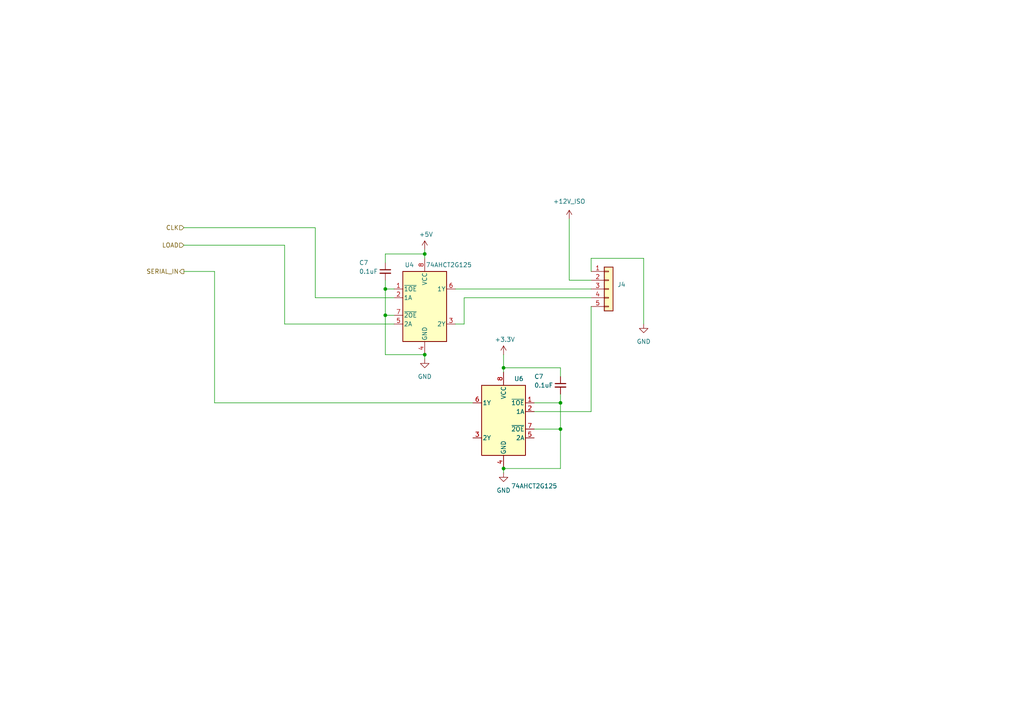
<source format=kicad_sch>
(kicad_sch (version 20230121) (generator eeschema)
  (paper "A4")
  (lib_symbols
    (symbol "0_connector:Molex Micro-Fit 5pos" (pin_names (offset 1.016) hide)
      (property "Reference" "J" (at 0 7.62 0))
      (property "Value" "Molex Micro-Fit 5pos" (at 0 -10.16 0))
      (symbol "Molex Micro-Fit 5pos_1_1"
        (rectangle (start -1.27 -4.953) (end 0 -5.207) (stroke (width 0.1524)))
        (rectangle (start -1.27 -2.413) (end 0 -2.667) (stroke (width 0.1524)))
        (rectangle (start -1.27 0.127) (end 0 -0.127) (stroke (width 0.1524)))
        (rectangle (start -1.27 2.667) (end 0 2.413) (stroke (width 0.1524)))
        (rectangle (start -1.27 5.207) (end 0 4.953) (stroke (width 0.1524)))
        (rectangle (start -1.27 6.35) (end 1.27 -6.35) (stroke (width 0.254)) (fill (type background)))
        (pin passive line (at -5.08 5.08 0) (length 3.81) (name "Pin_1") (number "1"))
        (pin passive line (at -5.08 2.54 0) (length 3.81) (name "Pin_2") (number "2"))
        (pin passive line (at -5.08 0 0) (length 3.81) (name "Pin_3") (number "3"))
        (pin passive line (at -5.08 -2.54 0) (length 3.81) (name "Pin_4") (number "4"))
        (pin passive line (at -5.08 -5.08 0) (length 3.81) (name "Pin_5") (number "5"))
      )
    )
    (symbol "Device:C_Small" (pin_numbers hide) (pin_names (offset 0.254) hide)
      (property "Reference" "C" (at 0.254 1.778 0))
      (property "Value" "C_Small" (at 0.254 -2.032 0))
      (symbol "C_Small_0_1"
        (polyline (pts (xy -1.524 -0.508) (xy 1.524 -0.508)) (stroke (width 0.3302)))
        (polyline (pts (xy -1.524 0.508) (xy 1.524 0.508)) (stroke (width 0.3048)))
      )
      (symbol "C_Small_1_1"
        (pin passive line (at 0 2.54 270) (length 2.032) (name "~") (number "1"))
        (pin passive line (at 0 -2.54 90) (length 2.032) (name "~") (number "2"))
      )
    )
    (symbol "KTX-MultiPCB:74AHCT2G125" (pin_names (offset 0.254))
      (property "Reference" "U" (at 2.54 12.7 0))
      (property "Value" "KTX-MultiPCB_74AHCT2G125" (at 1.27 -12.7 0))
      (symbol "74AHCT2G125_0_0"
        (pin power_in line (at 0 -13.97 90) (length 3.81) (name "GND") (number "4"))
        (pin power_in line (at 0 13.97 270) (length 3.81) (name "VCC") (number "8"))
      )
      (symbol "74AHCT2G125_0_1"
        (rectangle (start -6.35 10.16) (end 6.35 -10.16) (stroke (width 0.254)) (fill (type background)))
      )
      (symbol "74AHCT2G125_1_1"
        (pin input line (at -8.89 5.08 0) (length 2.54) (name "~{1OE}") (number "1"))
        (pin input line (at -8.89 2.54 0) (length 2.54) (name "1A") (number "2"))
        (pin output line (at 8.89 -5.08 180) (length 2.54) (name "2Y") (number "3"))
        (pin input line (at -8.89 -5.08 0) (length 2.54) (name "2A") (number "5"))
        (pin output line (at 8.89 5.08 180) (length 2.54) (name "1Y") (number "6"))
        (pin input line (at -8.89 -2.54 0) (length 2.54) (name "~{2OE}") (number "7"))
      )
    )
    (symbol "MeowWolf_Power:+12V_ISO" (power) (pin_names (offset 0))
      (property "Value" "+12V_ISO" (at 0 3.556 0))
      (symbol "+12V_ISO_0_1"
        (polyline (pts (xy -0.762 1.27) (xy 0 2.54)))
        (polyline (pts (xy 0 0) (xy 0 2.54)))
        (polyline (pts (xy 0 2.54) (xy 0.762 1.27)))
      )
      (symbol "+12V_ISO_1_1"
        (pin power_in line (at 0 0 90) (length 0) hide (name "+12V_ISO") (number "1"))
      )
    )
    (symbol "power:+3.3V" (power) (pin_names (offset 0))
      (property "Value" "+3.3V" (at 0 3.556 0))
      (symbol "+3.3V_0_1"
        (polyline (pts (xy -0.762 1.27) (xy 0 2.54)))
        (polyline (pts (xy 0 0) (xy 0 2.54)))
        (polyline (pts (xy 0 2.54) (xy 0.762 1.27)))
      )
      (symbol "+3.3V_1_1"
        (pin power_in line (at 0 0 90) (length 0) hide (name "+3.3V") (number "1"))
      )
    )
    (symbol "power:+5V" (power) (pin_names (offset 0))
      (property "Value" "+5V" (at 0 3.556 0))
      (symbol "+5V_0_1"
        (polyline (pts (xy -0.762 1.27) (xy 0 2.54)))
        (polyline (pts (xy 0 0) (xy 0 2.54)))
        (polyline (pts (xy 0 2.54) (xy 0.762 1.27)))
      )
      (symbol "+5V_1_1"
        (pin power_in line (at 0 0 90) (length 0) hide (name "+5V") (number "1"))
      )
    )
    (symbol "power:GND" (power) (pin_names (offset 0))
      (property "Value" "GND" (at 0 -3.81 0))
      (symbol "GND_0_1"
        (polyline (pts (xy 0 0) (xy 0 -1.27) (xy 1.27 -1.27) (xy 0 -2.54) (xy -1.27 -1.27) (xy 0 -1.27)))
      )
      (symbol "GND_1_1"
        (pin power_in line (at 0 0 270) (length 0) hide (name "GND") (number "1"))
      )
    )
  )
  (junction (at 111.76 83.82))
  (junction (at 162.56 116.84))
  (junction (at 146.05 135.89))
  (junction (at 162.56 124.46))
  (junction (at 111.76 91.44))
  (junction (at 146.05 106.68))
  (junction (at 123.19 102.87))
  (junction (at 123.19 73.66))
  (wire (pts (xy 186.69 74.93) (xy 186.69 93.98)))
  (wire (pts (xy 146.05 102.87) (xy 146.05 106.68)))
  (wire (pts (xy 171.45 74.93) (xy 186.69 74.93)))
  (wire (pts (xy 62.23 116.84) (xy 62.23 78.74)))
  (wire (pts (xy 146.05 106.68) (xy 162.56 106.68)))
  (wire (pts (xy 111.76 81.28) (xy 111.76 83.82)))
  (wire (pts (xy 123.19 102.87) (xy 123.19 104.14)))
  (wire (pts (xy 114.3 86.36) (xy 91.44 86.36)))
  (wire (pts (xy 154.94 124.46) (xy 162.56 124.46)))
  (wire (pts (xy 123.19 72.39) (xy 123.19 73.66)))
  (wire (pts (xy 123.19 73.66) (xy 123.19 74.93)))
  (wire (pts (xy 171.45 88.9) (xy 171.45 119.38)))
  (wire (pts (xy 111.76 73.66) (xy 111.76 76.2)))
  (wire (pts (xy 171.45 81.28) (xy 165.1 81.28)))
  (wire (pts (xy 154.94 116.84) (xy 162.56 116.84)))
  (wire (pts (xy 165.1 63.5) (xy 165.1 81.28)))
  (wire (pts (xy 111.76 102.87) (xy 123.19 102.87)))
  (wire (pts (xy 162.56 116.84) (xy 162.56 124.46)))
  (wire (pts (xy 111.76 83.82) (xy 114.3 83.82)))
  (wire (pts (xy 111.76 83.82) (xy 111.76 91.44)))
  (wire (pts (xy 171.45 119.38) (xy 154.94 119.38)))
  (wire (pts (xy 134.62 93.98) (xy 134.62 86.36)))
  (wire (pts (xy 171.45 74.93) (xy 171.45 78.74)))
  (wire (pts (xy 162.56 124.46) (xy 162.56 135.89)))
  (wire (pts (xy 111.76 91.44) (xy 111.76 102.87)))
  (wire (pts (xy 111.76 73.66) (xy 123.19 73.66)))
  (wire (pts (xy 134.62 86.36) (xy 171.45 86.36)))
  (wire (pts (xy 146.05 135.89) (xy 162.56 135.89)))
  (wire (pts (xy 132.08 93.98) (xy 134.62 93.98)))
  (wire (pts (xy 171.45 83.82) (xy 132.08 83.82)))
  (wire (pts (xy 82.55 93.98) (xy 114.3 93.98)))
  (wire (pts (xy 162.56 114.3) (xy 162.56 116.84)))
  (wire (pts (xy 53.34 66.04) (xy 91.44 66.04)))
  (wire (pts (xy 146.05 106.68) (xy 146.05 107.95)))
  (wire (pts (xy 91.44 86.36) (xy 91.44 66.04)))
  (wire (pts (xy 82.55 71.12) (xy 82.55 93.98)))
  (wire (pts (xy 162.56 109.22) (xy 162.56 106.68)))
  (wire (pts (xy 53.34 71.12) (xy 82.55 71.12)))
  (wire (pts (xy 146.05 135.89) (xy 146.05 137.16)))
  (wire (pts (xy 111.76 91.44) (xy 114.3 91.44)))
  (wire (pts (xy 137.16 116.84) (xy 62.23 116.84)))
  (wire (pts (xy 62.23 78.74) (xy 53.34 78.74)))
  (hierarchical_label "SERIAL_IN" (shape output) (at 53.34 78.74 180))
  (hierarchical_label "CLK" (shape input) (at 53.34 66.04 180))
  (hierarchical_label "LOAD" (shape input) (at 53.34 71.12 180))
  (symbol (lib_id "power:GND") (at 186.69 93.98 0) (unit 1)
    (property "Reference" "#PWR012" (effects hide))
    (property "Value" "GND" (at 186.69 99.06 0))
    (instances (project "GVH_CounterController" (path "" (reference "#PWR012") (unit 1)) (path "" (reference "#PWR029") (unit 1))) (project "GVH-SwissArmyPCB" (path "" (reference "#PWR019") (unit 1))))
  )
  (symbol (lib_id "KTX-MultiPCB:74AHCT2G125") (at 123.19 88.9 0) (unit 1)
    (property "Reference" "U4" (at 118.745 76.835 0))
    (property "Value" "74AHCT2G125" (at 130.175 76.835 0))
    (property "Footprint" "Package_SO:TSSOP-8_3x3mm_P0.65mm" (effects hide))
    (property "Datasheet" "https://assets.nexperia.com/documents/data-sheet/74AHC_AHCT2G125.pdf" (effects hide))
    (instances (project "GVH_CounterController" (path "" (reference "U4") (unit 1)) (path "" (reference "U9") (unit 1))) (project "KTX-MultiPCB" (path "" (reference "U4") (unit 1))))
  )
  (symbol (lib_id "0_connector:Molex Micro-Fit 5pos") (at 176.53 83.82 0) (unit 1)
    (property "Reference" "J4" (at 179.07 82.55 0) (effects (justify left)))
    (property "Value" "Molex Micro-Fit 5pos" (effects hide))
    (property "Footprint" "0_connector:MOLEX_MICROFIT-RA-5POS_436500500" (effects hide))
    (property "Datasheet" "https://www.molex.com/content/dam/molex/molex-dot-com/products/automated/en-us/salesdrawingpdf/436/43650/436500500_sd.pdf?inline" (effects hide))
    (property "Manufacturer" "MOLEX" (effects hide))
    (property "Digikey Page" "https://www.digikey.com/en/products/detail/molex/0436500500/268992?s=N4IgTCBcDaIAwBYDMA2ArHOG4gLoF8g" (effects hide))
    (property "Digikey P/N" "WM1863-ND" (effects hide))
    (property "MPN" "0436500500" (effects hide))
    (instances (project "GVH_CounterController" (path "" (reference "J4") (unit 1)) (path "" (reference "J8") (unit 1))))
  )
  (symbol (lib_id "power:+5V") (at 123.19 72.39 0) (unit 1)
    (property "Reference" "#PWR012" (effects hide))
    (property "Value" "+5V" (at 123.571 67.9958 0))
    (instances (project "GVH_CounterController" (path "" (reference "#PWR012") (unit 1)) (path "" (reference "#PWR025") (unit 1))) (project "KTX-MultiPCB" (path "" (reference "#PWR0110") (unit 1))))
  )
  (symbol (lib_id "power:+3.3V") (at 146.05 102.87 0) (unit 1)
    (property "Reference" "#PWR024" (effects hide))
    (property "Value" "+3.3V" (at 146.431 98.4758 0))
    (instances (project "GVH_CounterController" (path "" (reference "#PWR024") (unit 1)) (path "" (reference "#PWR026") (unit 1))) (project "KTX-MultiPCB" (path "" (reference "#PWR03") (unit 1))))
  )
  (symbol (lib_id "Device:C_Small") (at 111.76 78.74 0) (unit 1)
    (property "Reference" "C7" (at 104.14 76.2 0) (effects (justify left)))
    (property "Value" "0.1uF" (at 104.14 78.74 0) (effects (justify left)))
    (property "Footprint" "Capacitor_SMD:C_0402_1005Metric" (effects hide))
    (property "LCSC" "C1711" (effects hide))
    (property "Description" "0.1uF ±10% 50V Ceramic Capacitor X7R 0805 (2012 Metric)" (effects hide))
    (property "Digikey P/N" "1276-1003-1-ND" (effects hide))
    (property "Digikey Page" "https://www.digikey.com/en/products/detail/samsung-electro-mechanics/CL21B104KBCNNNC/3886661?s=N4IgTCBcDaIMIBkwEYBCyAMAWA0quAckXCALoC%2BQA" (effects hide))
    (property "MPN" "CL21B104KBCNNNC" (effects hide))
    (property "Manufacturer" "Samsung Electro-Mechanics" (effects hide))
    (property "Package" "0805" (effects hide))
    (instances (project "GVH_CounterController" (path "" (reference "C7") (unit 1)) (path "" (reference "C8") (unit 1))))
  )
  (symbol (lib_id "KTX-MultiPCB:74AHCT2G125") (at 146.05 121.92 0) (mirror y) (unit 1)
    (property "Reference" "U6" (at 150.495 109.855 0))
    (property "Value" "74AHCT2G125" (at 154.94 140.97 0))
    (property "Footprint" "Package_SO:TSSOP-8_3x3mm_P0.65mm" (effects hide))
    (property "Datasheet" "https://assets.nexperia.com/documents/data-sheet/74AHC_AHCT2G125.pdf" (effects hide))
    (instances (project "GVH_CounterController" (path "" (reference "U6") (unit 1)) (path "" (reference "U10") (unit 1))) (project "KTX-MultiPCB" (path "" (reference "U4") (unit 1))))
  )
  (symbol (lib_id "power:GND") (at 146.05 137.16 0) (unit 1)
    (property "Reference" "#PWR012" (effects hide))
    (property "Value" "GND" (at 146.05 142.24 0))
    (instances (project "GVH_CounterController" (path "" (reference "#PWR012") (unit 1)) (path "" (reference "#PWR031") (unit 1))) (project "GVH-SwissArmyPCB" (path "" (reference "#PWR019") (unit 1))))
  )
  (symbol (lib_id "Device:C_Small") (at 162.56 111.76 0) (unit 1)
    (property "Reference" "C7" (at 154.94 109.22 0) (effects (justify left)))
    (property "Value" "0.1uF" (at 154.94 111.76 0) (effects (justify left)))
    (property "Footprint" "Capacitor_SMD:C_0402_1005Metric" (effects hide))
    (property "LCSC" "C1711" (effects hide))
    (property "Description" "0.1uF ±10% 50V Ceramic Capacitor X7R 0805 (2012 Metric)" (effects hide))
    (property "Digikey P/N" "1276-1003-1-ND" (effects hide))
    (property "Digikey Page" "https://www.digikey.com/en/products/detail/samsung-electro-mechanics/CL21B104KBCNNNC/3886661?s=N4IgTCBcDaIMIBkwEYBCyAMAWA0quAckXCALoC%2BQA" (effects hide))
    (property "MPN" "CL21B104KBCNNNC" (effects hide))
    (property "Manufacturer" "Samsung Electro-Mechanics" (effects hide))
    (property "Package" "0805" (effects hide))
  )
  (symbol (lib_id "power:GND") (at 123.19 104.14 0) (unit 1)
    (property "Reference" "#PWR012" (effects hide))
    (property "Value" "GND" (at 123.19 109.22 0))
    (instances (project "GVH_CounterController" (path "" (reference "#PWR012") (unit 1)) (path "" (reference "#PWR030") (unit 1))) (project "GVH-SwissArmyPCB" (path "" (reference "#PWR019") (unit 1))))
  )
  (symbol (lib_id "MeowWolf_Power:+12V_ISO") (at 165.1 63.5 0) (unit 1)
    (property "Reference" "#PWR08" (effects hide))
    (property "Value" "+12V_ISO" (at 165.1 58.42 0))
    (instances (project "GVH_CounterController" (path "" (reference "#PWR08") (unit 1)) (path "" (reference "#PWR028") (unit 1))))
  )
)
</source>
